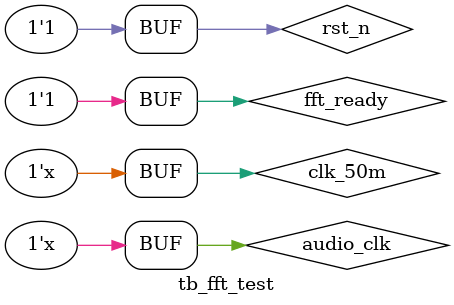
<source format=v>
`timescale 1ns/1ns


module tb_fft_test();
    reg         clk_50m         ;
    reg         rst_n           ;

    reg         audio_clk       ;
    reg         audio_valid     ;
    reg  [23:0] audio_data      ;
                               
    wire        fft_ready       ;
    wire        fft_rst_n       ;
    wire        fft_valid       ;
    wire        fft_sop         ;
    wire        fft_eop         ;
  
  
initial begin
    clk_50m = 1'b0;
    audio_clk = 1'b0;
    rst_n <= 1'b0;
    #40;
    rst_n <= 1'b1;
end
    
    
always #10 clk_50m = ~clk_50m;  // 50 M

always #50 audio_clk = ~audio_clk;// 10 M 

reg [8:0] cnt;  ///255


always@(posedge audio_clk or negedge rst_n)
    if(~rst_n)
        cnt <= 9'd0;
    else if(cnt == 9'd255)
        cnt <= 9'd0;
    else
        cnt <=  cnt+ 1'b1;
        
 always@(posedge audio_clk)    
    if(~rst_n)
        audio_data <= 24'd0;
    else
        audio_data <= cnt;
        
reg audio_valid_reg;
 always@(posedge audio_clk)    
    if(~rst_n)
        audio_valid_reg <= 1'b0;
    else if(cnt == 9'd255)
        audio_valid_reg <= 1'b1;
    else
        audio_valid_reg <=audio_valid_reg;
 
always@(posedge audio_clk)   
    if(~rst_n)
        audio_valid <= 1'b0;
    else
        audio_valid <= audio_valid_reg;
   
   
 assign fft_ready = 1'b1;
        
  
fft_test fft_test_inst
(
   .clk_50m     (clk_50m    )   ,
   .rst_n       (rst_n      )   ,
 
   .audio_clk   (audio_clk  )   ,
   .audio_valid (audio_valid)   ,
   .audio_data  (audio_data )   ,
 
   .fft_ready   (fft_ready  )   ,
   .fft_rst_n   (fft_rst_n  )   ,
   .fft_valid   (fft_valid  )   ,
   .fft_sop     (fft_sop    )   ,
   .fft_eop     (fft_eop    )   
           
);
endmodule


</source>
